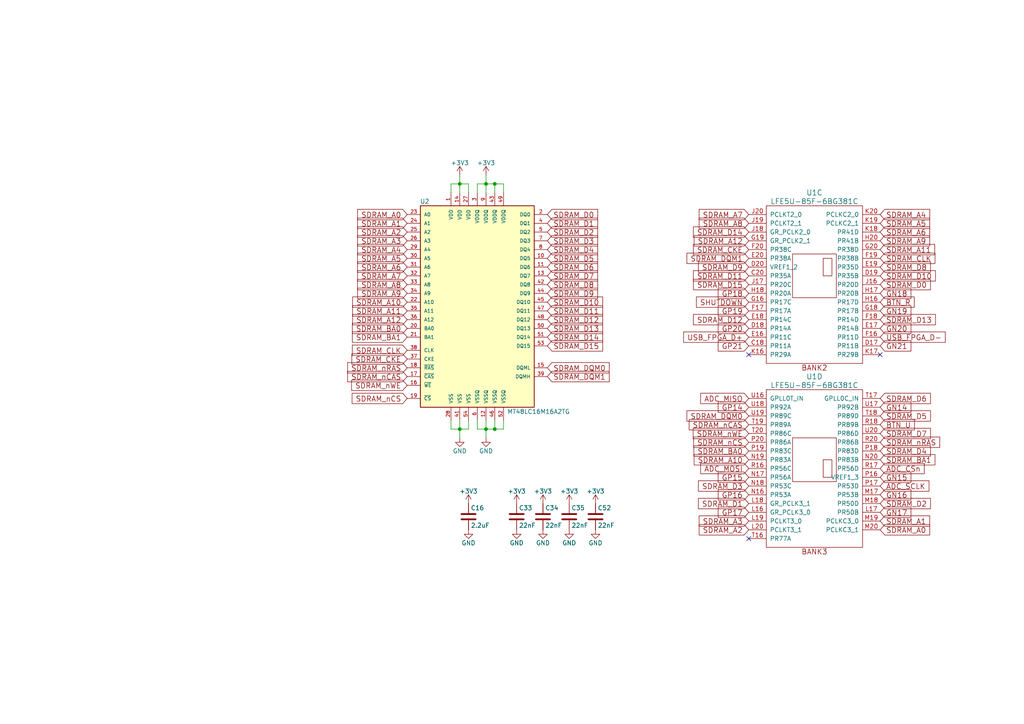
<source format=kicad_sch>
(kicad_sch (version 20211123) (generator eeschema)
  (paper "A4")
  (title_block (title "ULX3S") (rev "1.0.0") (company "EMARD") (comment 1 "SDRAM memory"))
  (junction (at 133.35 53.34))
  (junction (at 133.35 124.46))
  (junction (at 143.51 53.34))
  (junction (at 143.51 124.46))
  (junction (at 140.97 124.46))
  (junction (at 140.97 53.34))
  (no_connect (at 217.17 102.87))
  (no_connect (at 255.27 102.87))
  (no_connect (at 217.17 156.21))
  (wire (pts (xy 133.35 53.34) (xy 133.35 55.88)))
  (wire (pts (xy 133.35 121.92) (xy 133.35 124.46)))
  (wire (pts (xy 143.51 53.34) (xy 146.05 53.34)))
  (wire (pts (xy 143.51 121.92) (xy 143.51 124.46)))
  (wire (pts (xy 138.43 121.92) (xy 138.43 124.46)))
  (wire (pts (xy 146.05 124.46) (xy 146.05 121.92)))
  (wire (pts (xy 140.97 53.34) (xy 140.97 55.88)))
  (wire (pts (xy 143.51 124.46) (xy 146.05 124.46)))
  (wire (pts (xy 133.35 50.8) (xy 133.35 53.34)))
  (wire (pts (xy 130.81 53.34) (xy 133.35 53.34)))
  (wire (pts (xy 146.05 53.34) (xy 146.05 55.88)))
  (wire (pts (xy 140.97 124.46) (xy 143.51 124.46)))
  (wire (pts (xy 130.81 124.46) (xy 133.35 124.46)))
  (wire (pts (xy 130.81 55.88) (xy 130.81 53.34)))
  (wire (pts (xy 133.35 124.46) (xy 133.35 127)))
  (wire (pts (xy 138.43 55.88) (xy 138.43 53.34)))
  (wire (pts (xy 130.81 121.92) (xy 130.81 124.46)))
  (wire (pts (xy 138.43 124.46) (xy 140.97 124.46)))
  (wire (pts (xy 133.35 53.34) (xy 135.89 53.34)))
  (wire (pts (xy 140.97 121.92) (xy 140.97 124.46)))
  (wire (pts (xy 133.35 124.46) (xy 135.89 124.46)))
  (wire (pts (xy 143.51 55.88) (xy 143.51 53.34)))
  (wire (pts (xy 140.97 53.34) (xy 143.51 53.34)))
  (wire (pts (xy 135.89 124.46) (xy 135.89 121.92)))
  (wire (pts (xy 140.97 124.46) (xy 140.97 127)))
  (wire (pts (xy 135.89 53.34) (xy 135.89 55.88)))
  (wire (pts (xy 140.97 50.8) (xy 140.97 53.34)))
  (wire (pts (xy 138.43 53.34) (xy 140.97 53.34)))
  (global_label "SDRAM_DQM0" (shape input) (at 217.17 120.65 180) (effects (font (size 1.524 1.524))) (property "Intersheet References" "${INTERSHEET_REFS}" (effects hide)))
  (global_label "SDRAM_A2" (shape input) (at 217.17 153.67 180) (effects (font (size 1.524 1.524))) (property "Intersheet References" "${INTERSHEET_REFS}" (effects hide)))
  (global_label "SDRAM_D4" (shape input) (at 158.75 72.39 0) (effects (font (size 1.524 1.524))) (property "Intersheet References" "${INTERSHEET_REFS}" (effects hide)))
  (global_label "SDRAM_A0" (shape input) (at 255.27 153.67 0) (effects (font (size 1.524 1.524))) (property "Intersheet References" "${INTERSHEET_REFS}" (effects hide)))
  (global_label "SDRAM_D8" (shape input) (at 158.75 82.55 0) (effects (font (size 1.524 1.524))) (property "Intersheet References" "${INTERSHEET_REFS}" (effects hide)))
  (global_label "GP16" (shape input) (at 217.17 143.51 180) (effects (font (size 1.524 1.524))) (property "Intersheet References" "${INTERSHEET_REFS}" (effects hide)))
  (global_label "SDRAM_A5" (shape input) (at 118.11 74.93 180) (effects (font (size 1.524 1.524))) (property "Intersheet References" "${INTERSHEET_REFS}" (effects hide)))
  (global_label "SDRAM_BA1" (shape input) (at 255.27 133.35 0) (effects (font (size 1.524 1.524))) (property "Intersheet References" "${INTERSHEET_REFS}" (effects hide)))
  (global_label "GN15" (shape input) (at 255.27 138.43 0) (effects (font (size 1.524 1.524))) (property "Intersheet References" "${INTERSHEET_REFS}" (effects hide)))
  (global_label "SDRAM_D1" (shape input) (at 217.17 146.05 180) (effects (font (size 1.524 1.524))) (property "Intersheet References" "${INTERSHEET_REFS}" (effects hide)))
  (global_label "SDRAM_CLK" (shape input) (at 118.11 101.6 180) (effects (font (size 1.524 1.524))) (property "Intersheet References" "${INTERSHEET_REFS}" (effects hide)))
  (global_label "SDRAM_D6" (shape input) (at 255.27 115.57 0) (effects (font (size 1.524 1.524))) (property "Intersheet References" "${INTERSHEET_REFS}" (effects hide)))
  (global_label "GP15" (shape input) (at 217.17 138.43 180) (effects (font (size 1.524 1.524))) (property "Intersheet References" "${INTERSHEET_REFS}" (effects hide)))
  (global_label "SDRAM_A11" (shape input) (at 255.27 72.39 0) (effects (font (size 1.524 1.524))) (property "Intersheet References" "${INTERSHEET_REFS}" (effects hide)))
  (global_label "USB_FPGA_D-" (shape input) (at 255.27 97.79 0) (effects (font (size 1.524 1.524))) (property "Intersheet References" "${INTERSHEET_REFS}" (effects hide)))
  (global_label "SDRAM_A6" (shape input) (at 118.11 77.47 180) (effects (font (size 1.524 1.524))) (property "Intersheet References" "${INTERSHEET_REFS}" (effects hide)))
  (global_label "SDRAM_A4" (shape input) (at 118.11 72.39 180) (effects (font (size 1.524 1.524))) (property "Intersheet References" "${INTERSHEET_REFS}" (effects hide)))
  (global_label "GN19" (shape input) (at 255.27 90.17 0) (effects (font (size 1.524 1.524))) (property "Intersheet References" "${INTERSHEET_REFS}" (effects hide)))
  (global_label "SDRAM_D11" (shape input) (at 217.17 80.01 180) (effects (font (size 1.524 1.524))) (property "Intersheet References" "${INTERSHEET_REFS}" (effects hide)))
  (global_label "SDRAM_D5" (shape input) (at 255.27 120.65 0) (effects (font (size 1.524 1.524))) (property "Intersheet References" "${INTERSHEET_REFS}" (effects hide)))
  (global_label "SDRAM_nWE" (shape input) (at 217.17 125.73 180) (effects (font (size 1.524 1.524))) (property "Intersheet References" "${INTERSHEET_REFS}" (effects hide)))
  (global_label "SDRAM_nCS" (shape input) (at 118.11 115.57 180) (effects (font (size 1.524 1.524))) (property "Intersheet References" "${INTERSHEET_REFS}" (effects hide)))
  (global_label "SDRAM_D14" (shape input) (at 217.17 67.31 180) (effects (font (size 1.524 1.524))) (property "Intersheet References" "${INTERSHEET_REFS}" (effects hide)))
  (global_label "SDRAM_BA0" (shape input) (at 217.17 130.81 180) (effects (font (size 1.524 1.524))) (property "Intersheet References" "${INTERSHEET_REFS}" (effects hide)))
  (global_label "ADC_SCLK" (shape input) (at 255.27 140.97 0) (effects (font (size 1.524 1.524))) (property "Intersheet References" "${INTERSHEET_REFS}" (effects hide)))
  (global_label "GN21" (shape input) (at 255.27 100.33 0) (effects (font (size 1.524 1.524))) (property "Intersheet References" "${INTERSHEET_REFS}" (effects hide)))
  (global_label "SDRAM_A1" (shape input) (at 118.11 64.77 180) (effects (font (size 1.524 1.524))) (property "Intersheet References" "${INTERSHEET_REFS}" (effects hide)))
  (global_label "ADC_CSn" (shape input) (at 255.27 135.89 0) (effects (font (size 1.524 1.524))) (property "Intersheet References" "${INTERSHEET_REFS}" (effects hide)))
  (global_label "SDRAM_D8" (shape input) (at 255.27 77.47 0) (effects (font (size 1.524 1.524))) (property "Intersheet References" "${INTERSHEET_REFS}" (effects hide)))
  (global_label "SDRAM_D3" (shape input) (at 158.75 69.85 0) (effects (font (size 1.524 1.524))) (property "Intersheet References" "${INTERSHEET_REFS}" (effects hide)))
  (global_label "SDRAM_A11" (shape input) (at 118.11 90.17 180) (effects (font (size 1.524 1.524))) (property "Intersheet References" "${INTERSHEET_REFS}" (effects hide)))
  (global_label "GN20" (shape input) (at 255.27 95.25 0) (effects (font (size 1.524 1.524))) (property "Intersheet References" "${INTERSHEET_REFS}" (effects hide)))
  (global_label "SDRAM_D7" (shape input) (at 255.27 125.73 0) (effects (font (size 1.524 1.524))) (property "Intersheet References" "${INTERSHEET_REFS}" (effects hide)))
  (global_label "SDRAM_A4" (shape input) (at 255.27 62.23 0) (effects (font (size 1.524 1.524))) (property "Intersheet References" "${INTERSHEET_REFS}" (effects hide)))
  (global_label "SDRAM_A12" (shape input) (at 118.11 92.71 180) (effects (font (size 1.524 1.524))) (property "Intersheet References" "${INTERSHEET_REFS}" (effects hide)))
  (global_label "SDRAM_D2" (shape input) (at 255.27 146.05 0) (effects (font (size 1.524 1.524))) (property "Intersheet References" "${INTERSHEET_REFS}" (effects hide)))
  (global_label "SDRAM_D11" (shape input) (at 158.75 90.17 0) (effects (font (size 1.524 1.524))) (property "Intersheet References" "${INTERSHEET_REFS}" (effects hide)))
  (global_label "GP14" (shape input) (at 217.17 118.11 180) (effects (font (size 1.524 1.524))) (property "Intersheet References" "${INTERSHEET_REFS}" (effects hide)))
  (global_label "SDRAM_CKE" (shape input) (at 118.11 104.14 180) (effects (font (size 1.524 1.524))) (property "Intersheet References" "${INTERSHEET_REFS}" (effects hide)))
  (global_label "SDRAM_A2" (shape input) (at 118.11 67.31 180) (effects (font (size 1.524 1.524))) (property "Intersheet References" "${INTERSHEET_REFS}" (effects hide)))
  (global_label "SDRAM_A5" (shape input) (at 255.27 64.77 0) (effects (font (size 1.524 1.524))) (property "Intersheet References" "${INTERSHEET_REFS}" (effects hide)))
  (global_label "SDRAM_nRAS" (shape input) (at 118.11 106.68 180) (effects (font (size 1.524 1.524))) (property "Intersheet References" "${INTERSHEET_REFS}" (effects hide)))
  (global_label "SDRAM_D6" (shape input) (at 158.75 77.47 0) (effects (font (size 1.524 1.524))) (property "Intersheet References" "${INTERSHEET_REFS}" (effects hide)))
  (global_label "SDRAM_D0" (shape input) (at 158.75 62.23 0) (effects (font (size 1.524 1.524))) (property "Intersheet References" "${INTERSHEET_REFS}" (effects hide)))
  (global_label "SDRAM_A3" (shape input) (at 118.11 69.85 180) (effects (font (size 1.524 1.524))) (property "Intersheet References" "${INTERSHEET_REFS}" (effects hide)))
  (global_label "SDRAM_CLK" (shape input) (at 255.27 74.93 0) (effects (font (size 1.524 1.524))) (property "Intersheet References" "${INTERSHEET_REFS}" (effects hide)))
  (global_label "USB_FPGA_D+" (shape input) (at 217.17 97.79 180) (effects (font (size 1.524 1.524))) (property "Intersheet References" "${INTERSHEET_REFS}" (effects hide)))
  (global_label "GP21" (shape input) (at 217.17 100.33 180) (effects (font (size 1.524 1.524))) (property "Intersheet References" "${INTERSHEET_REFS}" (effects hide)))
  (global_label "SDRAM_DQM1" (shape input) (at 217.17 74.93 180) (effects (font (size 1.524 1.524))) (property "Intersheet References" "${INTERSHEET_REFS}" (effects hide)))
  (global_label "SDRAM_A10" (shape input) (at 118.11 87.63 180) (effects (font (size 1.524 1.524))) (property "Intersheet References" "${INTERSHEET_REFS}" (effects hide)))
  (global_label "SDRAM_D13" (shape input) (at 158.75 95.25 0) (effects (font (size 1.524 1.524))) (property "Intersheet References" "${INTERSHEET_REFS}" (effects hide)))
  (global_label "SDRAM_BA1" (shape input) (at 118.11 97.79 180) (effects (font (size 1.524 1.524))) (property "Intersheet References" "${INTERSHEET_REFS}" (effects hide)))
  (global_label "SDRAM_D15" (shape input) (at 158.75 100.33 0) (effects (font (size 1.524 1.524))) (property "Intersheet References" "${INTERSHEET_REFS}" (effects hide)))
  (global_label "ADC_MISO" (shape input) (at 217.17 115.57 180) (effects (font (size 1.524 1.524))) (property "Intersheet References" "${INTERSHEET_REFS}" (effects hide)))
  (global_label "SDRAM_D9" (shape input) (at 158.75 85.09 0) (effects (font (size 1.524 1.524))) (property "Intersheet References" "${INTERSHEET_REFS}" (effects hide)))
  (global_label "SDRAM_A0" (shape input) (at 118.11 62.23 180) (effects (font (size 1.524 1.524))) (property "Intersheet References" "${INTERSHEET_REFS}" (effects hide)))
  (global_label "SDRAM_D12" (shape input) (at 217.17 92.71 180) (effects (font (size 1.524 1.524))) (property "Intersheet References" "${INTERSHEET_REFS}" (effects hide)))
  (global_label "GN16" (shape input) (at 255.27 143.51 0) (effects (font (size 1.524 1.524))) (property "Intersheet References" "${INTERSHEET_REFS}" (effects hide)))
  (global_label "SDRAM_nCAS" (shape input) (at 118.11 109.22 180) (effects (font (size 1.524 1.524))) (property "Intersheet References" "${INTERSHEET_REFS}" (effects hide)))
  (global_label "SDRAM_A8" (shape input) (at 118.11 82.55 180) (effects (font (size 1.524 1.524))) (property "Intersheet References" "${INTERSHEET_REFS}" (effects hide)))
  (global_label "SDRAM_D10" (shape input) (at 255.27 80.01 0) (effects (font (size 1.524 1.524))) (property "Intersheet References" "${INTERSHEET_REFS}" (effects hide)))
  (global_label "SDRAM_nWE" (shape input) (at 118.11 111.76 180) (effects (font (size 1.524 1.524))) (property "Intersheet References" "${INTERSHEET_REFS}" (effects hide)))
  (global_label "GP20" (shape input) (at 217.17 95.25 180) (effects (font (size 1.524 1.524))) (property "Intersheet References" "${INTERSHEET_REFS}" (effects hide)))
  (global_label "SDRAM_A12" (shape input) (at 217.17 69.85 180) (effects (font (size 1.524 1.524))) (property "Intersheet References" "${INTERSHEET_REFS}" (effects hide)))
  (global_label "SDRAM_D1" (shape input) (at 158.75 64.77 0) (effects (font (size 1.524 1.524))) (property "Intersheet References" "${INTERSHEET_REFS}" (effects hide)))
  (global_label "GN14" (shape input) (at 255.27 118.11 0) (effects (font (size 1.524 1.524))) (property "Intersheet References" "${INTERSHEET_REFS}" (effects hide)))
  (global_label "SDRAM_A8" (shape input) (at 217.17 64.77 180) (effects (font (size 1.524 1.524))) (property "Intersheet References" "${INTERSHEET_REFS}" (effects hide)))
  (global_label "SDRAM_A7" (shape input) (at 217.17 62.23 180) (effects (font (size 1.524 1.524))) (property "Intersheet References" "${INTERSHEET_REFS}" (effects hide)))
  (global_label "SDRAM_D2" (shape input) (at 158.75 67.31 0) (effects (font (size 1.524 1.524))) (property "Intersheet References" "${INTERSHEET_REFS}" (effects hide)))
  (global_label "SDRAM_A1" (shape input) (at 255.27 151.13 0) (effects (font (size 1.524 1.524))) (property "Intersheet References" "${INTERSHEET_REFS}" (effects hide)))
  (global_label "SDRAM_D10" (shape input) (at 158.75 87.63 0) (effects (font (size 1.524 1.524))) (property "Intersheet References" "${INTERSHEET_REFS}" (effects hide)))
  (global_label "GP19" (shape input) (at 217.17 90.17 180) (effects (font (size 1.524 1.524))) (property "Intersheet References" "${INTERSHEET_REFS}" (effects hide)))
  (global_label "SDRAM_A3" (shape input) (at 217.17 151.13 180) (effects (font (size 1.524 1.524))) (property "Intersheet References" "${INTERSHEET_REFS}" (effects hide)))
  (global_label "SDRAM_D7" (shape input) (at 158.75 80.01 0) (effects (font (size 1.524 1.524))) (property "Intersheet References" "${INTERSHEET_REFS}" (effects hide)))
  (global_label "SDRAM_D12" (shape input) (at 158.75 92.71 0) (effects (font (size 1.524 1.524))) (property "Intersheet References" "${INTERSHEET_REFS}" (effects hide)))
  (global_label "SDRAM_DQM1" (shape input) (at 158.75 109.22 0) (effects (font (size 1.524 1.524))) (property "Intersheet References" "${INTERSHEET_REFS}" (effects hide)))
  (global_label "SDRAM_A10" (shape input) (at 217.17 133.35 180) (effects (font (size 1.524 1.524))) (property "Intersheet References" "${INTERSHEET_REFS}" (effects hide)))
  (global_label "SDRAM_D15" (shape input) (at 217.17 82.55 180) (effects (font (size 1.524 1.524))) (property "Intersheet References" "${INTERSHEET_REFS}" (effects hide)))
  (global_label "SDRAM_D14" (shape input) (at 158.75 97.79 0) (effects (font (size 1.524 1.524))) (property "Intersheet References" "${INTERSHEET_REFS}" (effects hide)))
  (global_label "SDRAM_nCAS" (shape input) (at 217.17 123.19 180) (effects (font (size 1.524 1.524))) (property "Intersheet References" "${INTERSHEET_REFS}" (effects hide)))
  (global_label "ADC_MOSI" (shape input) (at 217.17 135.89 180) (effects (font (size 1.524 1.524))) (property "Intersheet References" "${INTERSHEET_REFS}" (effects hide)))
  (global_label "SDRAM_DQM0" (shape input) (at 158.75 106.68 0) (effects (font (size 1.524 1.524))) (property "Intersheet References" "${INTERSHEET_REFS}" (effects hide)))
  (global_label "GN17" (shape input) (at 255.27 148.59 0) (effects (font (size 1.524 1.524))) (property "Intersheet References" "${INTERSHEET_REFS}" (effects hide)))
  (global_label "GP17" (shape input) (at 217.17 148.59 180) (effects (font (size 1.524 1.524))) (property "Intersheet References" "${INTERSHEET_REFS}" (effects hide)))
  (global_label "SDRAM_A9" (shape input) (at 255.27 69.85 0) (effects (font (size 1.524 1.524))) (property "Intersheet References" "${INTERSHEET_REFS}" (effects hide)))
  (global_label "SDRAM_D5" (shape input) (at 158.75 74.93 0) (effects (font (size 1.524 1.524))) (property "Intersheet References" "${INTERSHEET_REFS}" (effects hide)))
  (global_label "SDRAM_D13" (shape input) (at 255.27 92.71 0) (effects (font (size 1.524 1.524))) (property "Intersheet References" "${INTERSHEET_REFS}" (effects hide)))
  (global_label "SDRAM_D9" (shape input) (at 217.17 77.47 180) (effects (font (size 1.524 1.524))) (property "Intersheet References" "${INTERSHEET_REFS}" (effects hide)))
  (global_label "SDRAM_A9" (shape input) (at 118.11 85.09 180) (effects (font (size 1.524 1.524))) (property "Intersheet References" "${INTERSHEET_REFS}" (effects hide)))
  (global_label "GN18" (shape input) (at 255.27 85.09 0) (effects (font (size 1.524 1.524))) (property "Intersheet References" "${INTERSHEET_REFS}" (effects hide)))
  (global_label "GP18" (shape input) (at 217.17 85.09 180) (effects (font (size 1.524 1.524))) (property "Intersheet References" "${INTERSHEET_REFS}" (effects hide)))
  (global_label "SDRAM_nRAS" (shape input) (at 255.27 128.27 0) (effects (font (size 1.524 1.524))) (property "Intersheet References" "${INTERSHEET_REFS}" (effects hide)))
  (global_label "SDRAM_BA0" (shape input) (at 118.11 95.25 180) (effects (font (size 1.524 1.524))) (property "Intersheet References" "${INTERSHEET_REFS}" (effects hide)))
  (global_label "SHUTDOWN" (shape input) (at 217.17 87.63 180) (effects (font (size 1.524 1.524))) (property "Intersheet References" "${INTERSHEET_REFS}" (effects hide)))
  (global_label "SDRAM_D0" (shape input) (at 255.27 82.55 0) (effects (font (size 1.524 1.524))) (property "Intersheet References" "${INTERSHEET_REFS}" (effects hide)))
  (global_label "SDRAM_CKE" (shape input) (at 217.17 72.39 180) (effects (font (size 1.524 1.524))) (property "Intersheet References" "${INTERSHEET_REFS}" (effects hide)))
  (global_label "SDRAM_D4" (shape input) (at 255.27 130.81 0) (effects (font (size 1.524 1.524))) (property "Intersheet References" "${INTERSHEET_REFS}" (effects hide)))
  (global_label "SDRAM_nCS" (shape input) (at 217.17 128.27 180) (effects (font (size 1.524 1.524))) (property "Intersheet References" "${INTERSHEET_REFS}" (effects hide)))
  (global_label "BTN_R" (shape input) (at 255.27 87.63 0) (effects (font (size 1.524 1.524))) (property "Intersheet References" "${INTERSHEET_REFS}" (effects hide)))
  (global_label "BTN_U" (shape input) (at 255.27 123.19 0) (effects (font (size 1.524 1.524))) (property "Intersheet References" "${INTERSHEET_REFS}" (effects hide)))
  (global_label "SDRAM_A7" (shape input) (at 118.11 80.01 180) (effects (font (size 1.524 1.524))) (property "Intersheet References" "${INTERSHEET_REFS}" (effects hide)))
  (global_label "SDRAM_A6" (shape input) (at 255.27 67.31 0) (effects (font (size 1.524 1.524))) (property "Intersheet References" "${INTERSHEET_REFS}" (effects hide)))
  (global_label "SDRAM_D3" (shape input) (at 217.17 140.97 180) (effects (font (size 1.524 1.524))) (property "Intersheet References" "${INTERSHEET_REFS}" (effects hide)))
  (symbol (lib_id "power:+3V3") (at 133.35 50.8 0) (unit 1)
    (property "Reference" "#PWR0124" (effects hide))
    (property "Value" "+3V3" (at 133.35 47.244 0))
  )
  (symbol (lib_id "power:+3V3") (at 140.97 50.8 0) (unit 1)
    (property "Reference" "#PWR0128" (effects hide))
    (property "Value" "+3V3" (at 140.97 47.244 0))
  )
  (symbol (lib_id "power:GND") (at 133.35 127 0) (unit 1)
    (property "Reference" "#PWR0125" (effects hide))
    (property "Value" "GND" (at 133.35 130.81 0))
  )
  (symbol (lib_id "power:GND") (at 140.97 127 0) (unit 1)
    (property "Reference" "#PWR0129" (effects hide))
    (property "Value" "GND" (at 140.97 130.81 0))
  )
  (symbol (lib_id "Device:C") (at 135.89 149.86 0) (unit 1)
    (property "Reference" "C16" (at 136.525 147.32 0) (effects (justify left)))
    (property "Value" "2.2uF" (at 136.525 152.4 0) (effects (justify left)))
    (property "Footprint" "Capacitor_SMD:C_0805_2012Metric" (effects hide))
  )
  (symbol (lib_id "power:GND") (at 135.89 153.67 0) (unit 1)
    (property "Reference" "#PWR0127" (effects hide))
    (property "Value" "GND" (at 135.89 157.48 0))
  )
  (symbol (lib_id "power:+3V3") (at 135.89 146.05 0) (unit 1)
    (property "Reference" "#PWR0126" (effects hide))
    (property "Value" "+3V3" (at 135.89 142.494 0))
  )
  (symbol (lib_id "mt48lc16m16a2tg:MT48LC16M16A2TG") (at 138.43 88.9 0) (unit 1)
    (property "Reference" "U2" (at 123.19 58.42 0))
    (property "Value" "MT48LC16M16A2TG" (at 156.21 119.38 0))
    (property "Footprint" "TSOP54:TSOP54" (effects hide))
    (property "Datasheet" "https://www.micron.com/~/media/Documents/Products/Data%20Sheet/DRAM/256Mb_sdr.pdf" (effects hide))
    (property "MNF1_URL" "www.micron.com" (effects hide))
    (property "MFG1" "Micron" (effects hide))
    (property "MPN" "MT48LC16M16A2TG-6A" (effects hide))
    (property "MNF2_URL" "www.issi.com" (effects hide))
    (property "MFG2" "ISSI" (effects hide))
    (property "MPN2" "IS42S16160G-7TL-TR" (effects hide))
    (property "MFG3" "Winbond" (effects hide))
    (property "MP_N3" "W9812G6KH-6" (effects hide))
    (property "Datasheet4" "https://www.alliancememory.com/wp-content/uploads/pdf/dram/512M%20SDRAM_%20B%20die_AS4C32M16SB-7TCN-7TIN-6TIN_Rev%201.0%20June%202016.pdf" (effects hide))
    (property "MFG4" "Alliance" (effects hide))
    (property "MPN4" "AS4C32M16SB-7TCN" (effects hide))
    (property "MPN5" "M12L2561616A-6TG2T" (effects hide))
    (property "Mouser" "870-IS42S16160G7TLTR" (effects hide))
    (property "Mouse_r0" "913-AS4C32M16SB-7TCN" (effects hide))
    (property "Mouse_r1" "913-4C16M16SA-6TCNTR" (effects hide))
    (property "Mouse_r2" "913-4816M16A2TG6AGTR" (effects hide))
    (property "Mouse_r3" "870-42S16320F7TL" (effects hide))
    (property "Mouse_r4" "454-W9825G6KH-5" (effects hide))
    (property "Mouse_r5" "454-W9825G6KH-6" (effects hide))
    (property "Mouse_r6" "340-128308-REEL" (effects hide))
    (property "Mouse_r7" "870-IS42S16160G7TLTR" (effects hide))
    (property "price100_Mouse_r" "2.3€" (effects hide))
    (property "Digikey" "1450-1385-1-ND" (effects hide))
    (property "Digike_y2" "1450-1352-1-ND" (effects hide))
    (property "LCSC" "C492195" (effects hide))
    (property "LCS_C1" "C524867" (effects hide))
    (property "price500_LCSC" "0.9227$" (effects hide))
    (property "Koncar" "FU007" (effects hide))
    (property "Side" "T" (effects hide))
  )
  (symbol (lib_id "lfe5bg381:LFE5UM-85F-6BG381C") (at 236.22 80.01 0) (unit 3) (on_board no)
    (property "Reference" "U1" (at 236.22 55.88 0) (effects (font (size 1.524 1.524))))
    (property "Value" "LFE5U-85F-6BG381C" (at 236.22 58.42 0) (effects (font (size 1.524 1.524))))
    (property "Footprint" "lfe5bg381:BGA-381_pitch0.8mm_dia0.4mm" (effects hide))
    (property "Datasheet" "http://www.latticesemi.com/~/media/LatticeSemi/Documents/ApplicationNotes/EH/TN1261.pdf?document_id=50463" (effects hide))
    (property "MPN" "LFE5U-85F-6BG381C" (effects hide))
    (property "MNF1_URL" "www.latticesemi.com" (effects hide))
  )
  (symbol (lib_id "lfe5bg381:LFE5UM-85F-6BG381C") (at 236.22 133.35 0) (unit 4) (on_board no)
    (property "Reference" "U1" (at 236.22 109.22 0) (effects (font (size 1.524 1.524))))
    (property "Value" "LFE5U-85F-6BG381C" (at 236.22 111.76 0) (effects (font (size 1.524 1.524))))
    (property "Footprint" "lfe5bg381:BGA-381_pitch0.8mm_dia0.4mm" (effects hide))
    (property "Datasheet" "http://www.latticesemi.com/~/media/LatticeSemi/Documents/ApplicationNotes/EH/TN1261.pdf?document_id=50463" (effects hide))
    (property "MPN" "LFE5U-85F-6BG381C" (effects hide))
    (property "MNF1_URL" "www.latticesemi.com" (effects hide))
  )
  (symbol (lib_id "Device:C") (at 149.86 149.86 0) (unit 1)
    (property "Reference" "C33" (at 150.495 147.32 0) (effects (justify left)))
    (property "Value" "22nF" (at 150.495 152.4 0) (effects (justify left)))
    (property "Footprint" "Capacitor_SMD:C_0603_1608Metric" (effects hide))
    (property "MPN" "CX0603MRX7R8BB223" (effects hide))
  )
  (symbol (lib_id "power:GND") (at 149.86 153.67 0) (unit 1)
    (property "Reference" "#PWR0131" (effects hide))
    (property "Value" "GND" (at 149.86 157.48 0))
  )
  (symbol (lib_id "power:+3V3") (at 149.86 146.05 0) (unit 1)
    (property "Reference" "#PWR0130" (effects hide))
    (property "Value" "+3V3" (at 149.86 142.494 0))
  )
  (symbol (lib_id "Device:C") (at 157.48 149.86 0) (unit 1)
    (property "Reference" "C34" (at 158.115 147.32 0) (effects (justify left)))
    (property "Value" "22nF" (at 158.115 152.4 0) (effects (justify left)))
    (property "Footprint" "Capacitor_SMD:C_0603_1608Metric" (effects hide))
    (property "MPN" "CX0603MRX7R8BB223" (effects hide))
  )
  (symbol (lib_id "power:GND") (at 157.48 153.67 0) (unit 1)
    (property "Reference" "#PWR0133" (effects hide))
    (property "Value" "GND" (at 157.48 157.48 0))
  )
  (symbol (lib_id "power:+3V3") (at 157.48 146.05 0) (unit 1)
    (property "Reference" "#PWR0132" (effects hide))
    (property "Value" "+3V3" (at 157.48 142.494 0))
  )
  (symbol (lib_id "Device:C") (at 165.1 149.86 0) (unit 1)
    (property "Reference" "C35" (at 165.735 147.32 0) (effects (justify left)))
    (property "Value" "22nF" (at 165.735 152.4 0) (effects (justify left)))
    (property "Footprint" "Capacitor_SMD:C_0603_1608Metric" (effects hide))
    (property "MPN" "CX0603MRX7R8BB223" (effects hide))
  )
  (symbol (lib_id "power:GND") (at 165.1 153.67 0) (unit 1)
    (property "Reference" "#PWR0135" (effects hide))
    (property "Value" "GND" (at 165.1 157.48 0))
  )
  (symbol (lib_id "power:+3V3") (at 165.1 146.05 0) (unit 1)
    (property "Reference" "#PWR0134" (effects hide))
    (property "Value" "+3V3" (at 165.1 142.494 0))
  )
  (symbol (lib_id "Device:C") (at 172.72 149.86 0) (unit 1)
    (property "Reference" "C52" (at 173.355 147.32 0) (effects (justify left)))
    (property "Value" "22nF" (at 173.355 152.4 0) (effects (justify left)))
    (property "Footprint" "Capacitor_SMD:C_0603_1608Metric" (effects hide))
    (property "MPN" "CX0603MRX7R8BB223" (effects hide))
  )
  (symbol (lib_id "power:GND") (at 172.72 153.67 0) (unit 1)
    (property "Reference" "#PWR0137" (effects hide))
    (property "Value" "GND" (at 172.72 157.48 0))
  )
  (symbol (lib_id "power:+3V3") (at 172.72 146.05 0) (unit 1)
    (property "Reference" "#PWR0136" (effects hide))
    (property "Value" "+3V3" (at 172.72 142.494 0))
  )
)
</source>
